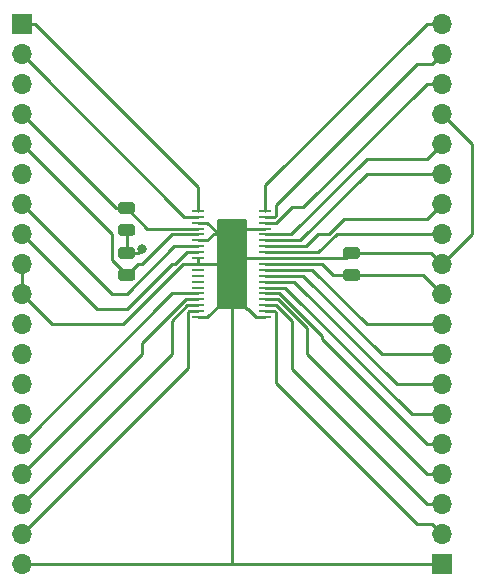
<source format=gbr>
G04 #@! TF.GenerationSoftware,KiCad,Pcbnew,(5.1.5)-3*
G04 #@! TF.CreationDate,2021-03-02T00:32:15-05:00*
G04 #@! TF.ProjectId,adc7953-breakout,61646337-3935-4332-9d62-7265616b6f75,rev?*
G04 #@! TF.SameCoordinates,Original*
G04 #@! TF.FileFunction,Copper,L1,Top*
G04 #@! TF.FilePolarity,Positive*
%FSLAX46Y46*%
G04 Gerber Fmt 4.6, Leading zero omitted, Abs format (unit mm)*
G04 Created by KiCad (PCBNEW (5.1.5)-3) date 2021-03-02 00:32:15*
%MOMM*%
%LPD*%
G04 APERTURE LIST*
%ADD10R,1.100000X0.285000*%
%ADD11O,1.700000X1.700000*%
%ADD12R,1.700000X1.700000*%
%ADD13C,0.100000*%
%ADD14C,0.800000*%
%ADD15C,0.250000*%
%ADD16C,0.254000*%
G04 APERTURE END LIST*
D10*
X162870000Y-93290000D03*
X162870000Y-93790000D03*
X162870000Y-94290000D03*
X162870000Y-94790000D03*
X162870000Y-95290000D03*
X162870000Y-95790000D03*
X162870000Y-96290000D03*
X162870000Y-96790000D03*
X162870000Y-97290000D03*
X162870000Y-97790000D03*
X162870000Y-98290000D03*
X162870000Y-98790000D03*
X162870000Y-99290000D03*
X162870000Y-99790000D03*
X162870000Y-100290000D03*
X162870000Y-100790000D03*
X162870000Y-101290000D03*
X162870000Y-101790000D03*
X162870000Y-102290000D03*
X157170000Y-102290000D03*
X157170000Y-101790000D03*
X157170000Y-101290000D03*
X157170000Y-100790000D03*
X157170000Y-100290000D03*
X157170000Y-99790000D03*
X157170000Y-99290000D03*
X157170000Y-98790000D03*
X157170000Y-98290000D03*
X157170000Y-97790000D03*
X157170000Y-97290000D03*
X157170000Y-96790000D03*
X157170000Y-96290000D03*
X157170000Y-95790000D03*
X157170000Y-95290000D03*
X157170000Y-94790000D03*
X157170000Y-94290000D03*
X157170000Y-93790000D03*
X157170000Y-93290000D03*
D11*
X177800000Y-77470000D03*
X177800000Y-80010000D03*
X177800000Y-82550000D03*
X177800000Y-85090000D03*
X177800000Y-87630000D03*
X177800000Y-90170000D03*
X177800000Y-92710000D03*
X177800000Y-95250000D03*
X177800000Y-97790000D03*
X177800000Y-100330000D03*
X177800000Y-102870000D03*
X177800000Y-105410000D03*
X177800000Y-107950000D03*
X177800000Y-110490000D03*
X177800000Y-113030000D03*
X177800000Y-115570000D03*
X177800000Y-118110000D03*
X177800000Y-120650000D03*
D12*
X177800000Y-123190000D03*
D11*
X142240000Y-123190000D03*
X142240000Y-120650000D03*
X142240000Y-118110000D03*
X142240000Y-115570000D03*
X142240000Y-113030000D03*
X142240000Y-110490000D03*
X142240000Y-107950000D03*
X142240000Y-105410000D03*
X142240000Y-102870000D03*
X142240000Y-100330000D03*
X142240000Y-97790000D03*
X142240000Y-95250000D03*
X142240000Y-92710000D03*
X142240000Y-90170000D03*
X142240000Y-87630000D03*
X142240000Y-85090000D03*
X142240000Y-82550000D03*
X142240000Y-80010000D03*
D12*
X142240000Y-77470000D03*
G04 #@! TA.AperFunction,SMDPad,CuDef*
D13*
G36*
X151610142Y-94431174D02*
G01*
X151633803Y-94434684D01*
X151657007Y-94440496D01*
X151679529Y-94448554D01*
X151701153Y-94458782D01*
X151721670Y-94471079D01*
X151740883Y-94485329D01*
X151758607Y-94501393D01*
X151774671Y-94519117D01*
X151788921Y-94538330D01*
X151801218Y-94558847D01*
X151811446Y-94580471D01*
X151819504Y-94602993D01*
X151825316Y-94626197D01*
X151828826Y-94649858D01*
X151830000Y-94673750D01*
X151830000Y-95161250D01*
X151828826Y-95185142D01*
X151825316Y-95208803D01*
X151819504Y-95232007D01*
X151811446Y-95254529D01*
X151801218Y-95276153D01*
X151788921Y-95296670D01*
X151774671Y-95315883D01*
X151758607Y-95333607D01*
X151740883Y-95349671D01*
X151721670Y-95363921D01*
X151701153Y-95376218D01*
X151679529Y-95386446D01*
X151657007Y-95394504D01*
X151633803Y-95400316D01*
X151610142Y-95403826D01*
X151586250Y-95405000D01*
X150673750Y-95405000D01*
X150649858Y-95403826D01*
X150626197Y-95400316D01*
X150602993Y-95394504D01*
X150580471Y-95386446D01*
X150558847Y-95376218D01*
X150538330Y-95363921D01*
X150519117Y-95349671D01*
X150501393Y-95333607D01*
X150485329Y-95315883D01*
X150471079Y-95296670D01*
X150458782Y-95276153D01*
X150448554Y-95254529D01*
X150440496Y-95232007D01*
X150434684Y-95208803D01*
X150431174Y-95185142D01*
X150430000Y-95161250D01*
X150430000Y-94673750D01*
X150431174Y-94649858D01*
X150434684Y-94626197D01*
X150440496Y-94602993D01*
X150448554Y-94580471D01*
X150458782Y-94558847D01*
X150471079Y-94538330D01*
X150485329Y-94519117D01*
X150501393Y-94501393D01*
X150519117Y-94485329D01*
X150538330Y-94471079D01*
X150558847Y-94458782D01*
X150580471Y-94448554D01*
X150602993Y-94440496D01*
X150626197Y-94434684D01*
X150649858Y-94431174D01*
X150673750Y-94430000D01*
X151586250Y-94430000D01*
X151610142Y-94431174D01*
G37*
G04 #@! TD.AperFunction*
G04 #@! TA.AperFunction,SMDPad,CuDef*
G36*
X151610142Y-92556174D02*
G01*
X151633803Y-92559684D01*
X151657007Y-92565496D01*
X151679529Y-92573554D01*
X151701153Y-92583782D01*
X151721670Y-92596079D01*
X151740883Y-92610329D01*
X151758607Y-92626393D01*
X151774671Y-92644117D01*
X151788921Y-92663330D01*
X151801218Y-92683847D01*
X151811446Y-92705471D01*
X151819504Y-92727993D01*
X151825316Y-92751197D01*
X151828826Y-92774858D01*
X151830000Y-92798750D01*
X151830000Y-93286250D01*
X151828826Y-93310142D01*
X151825316Y-93333803D01*
X151819504Y-93357007D01*
X151811446Y-93379529D01*
X151801218Y-93401153D01*
X151788921Y-93421670D01*
X151774671Y-93440883D01*
X151758607Y-93458607D01*
X151740883Y-93474671D01*
X151721670Y-93488921D01*
X151701153Y-93501218D01*
X151679529Y-93511446D01*
X151657007Y-93519504D01*
X151633803Y-93525316D01*
X151610142Y-93528826D01*
X151586250Y-93530000D01*
X150673750Y-93530000D01*
X150649858Y-93528826D01*
X150626197Y-93525316D01*
X150602993Y-93519504D01*
X150580471Y-93511446D01*
X150558847Y-93501218D01*
X150538330Y-93488921D01*
X150519117Y-93474671D01*
X150501393Y-93458607D01*
X150485329Y-93440883D01*
X150471079Y-93421670D01*
X150458782Y-93401153D01*
X150448554Y-93379529D01*
X150440496Y-93357007D01*
X150434684Y-93333803D01*
X150431174Y-93310142D01*
X150430000Y-93286250D01*
X150430000Y-92798750D01*
X150431174Y-92774858D01*
X150434684Y-92751197D01*
X150440496Y-92727993D01*
X150448554Y-92705471D01*
X150458782Y-92683847D01*
X150471079Y-92663330D01*
X150485329Y-92644117D01*
X150501393Y-92626393D01*
X150519117Y-92610329D01*
X150538330Y-92596079D01*
X150558847Y-92583782D01*
X150580471Y-92573554D01*
X150602993Y-92565496D01*
X150626197Y-92559684D01*
X150649858Y-92556174D01*
X150673750Y-92555000D01*
X151586250Y-92555000D01*
X151610142Y-92556174D01*
G37*
G04 #@! TD.AperFunction*
G04 #@! TA.AperFunction,SMDPad,CuDef*
G36*
X170660142Y-96366174D02*
G01*
X170683803Y-96369684D01*
X170707007Y-96375496D01*
X170729529Y-96383554D01*
X170751153Y-96393782D01*
X170771670Y-96406079D01*
X170790883Y-96420329D01*
X170808607Y-96436393D01*
X170824671Y-96454117D01*
X170838921Y-96473330D01*
X170851218Y-96493847D01*
X170861446Y-96515471D01*
X170869504Y-96537993D01*
X170875316Y-96561197D01*
X170878826Y-96584858D01*
X170880000Y-96608750D01*
X170880000Y-97096250D01*
X170878826Y-97120142D01*
X170875316Y-97143803D01*
X170869504Y-97167007D01*
X170861446Y-97189529D01*
X170851218Y-97211153D01*
X170838921Y-97231670D01*
X170824671Y-97250883D01*
X170808607Y-97268607D01*
X170790883Y-97284671D01*
X170771670Y-97298921D01*
X170751153Y-97311218D01*
X170729529Y-97321446D01*
X170707007Y-97329504D01*
X170683803Y-97335316D01*
X170660142Y-97338826D01*
X170636250Y-97340000D01*
X169723750Y-97340000D01*
X169699858Y-97338826D01*
X169676197Y-97335316D01*
X169652993Y-97329504D01*
X169630471Y-97321446D01*
X169608847Y-97311218D01*
X169588330Y-97298921D01*
X169569117Y-97284671D01*
X169551393Y-97268607D01*
X169535329Y-97250883D01*
X169521079Y-97231670D01*
X169508782Y-97211153D01*
X169498554Y-97189529D01*
X169490496Y-97167007D01*
X169484684Y-97143803D01*
X169481174Y-97120142D01*
X169480000Y-97096250D01*
X169480000Y-96608750D01*
X169481174Y-96584858D01*
X169484684Y-96561197D01*
X169490496Y-96537993D01*
X169498554Y-96515471D01*
X169508782Y-96493847D01*
X169521079Y-96473330D01*
X169535329Y-96454117D01*
X169551393Y-96436393D01*
X169569117Y-96420329D01*
X169588330Y-96406079D01*
X169608847Y-96393782D01*
X169630471Y-96383554D01*
X169652993Y-96375496D01*
X169676197Y-96369684D01*
X169699858Y-96366174D01*
X169723750Y-96365000D01*
X170636250Y-96365000D01*
X170660142Y-96366174D01*
G37*
G04 #@! TD.AperFunction*
G04 #@! TA.AperFunction,SMDPad,CuDef*
G36*
X170660142Y-98241174D02*
G01*
X170683803Y-98244684D01*
X170707007Y-98250496D01*
X170729529Y-98258554D01*
X170751153Y-98268782D01*
X170771670Y-98281079D01*
X170790883Y-98295329D01*
X170808607Y-98311393D01*
X170824671Y-98329117D01*
X170838921Y-98348330D01*
X170851218Y-98368847D01*
X170861446Y-98390471D01*
X170869504Y-98412993D01*
X170875316Y-98436197D01*
X170878826Y-98459858D01*
X170880000Y-98483750D01*
X170880000Y-98971250D01*
X170878826Y-98995142D01*
X170875316Y-99018803D01*
X170869504Y-99042007D01*
X170861446Y-99064529D01*
X170851218Y-99086153D01*
X170838921Y-99106670D01*
X170824671Y-99125883D01*
X170808607Y-99143607D01*
X170790883Y-99159671D01*
X170771670Y-99173921D01*
X170751153Y-99186218D01*
X170729529Y-99196446D01*
X170707007Y-99204504D01*
X170683803Y-99210316D01*
X170660142Y-99213826D01*
X170636250Y-99215000D01*
X169723750Y-99215000D01*
X169699858Y-99213826D01*
X169676197Y-99210316D01*
X169652993Y-99204504D01*
X169630471Y-99196446D01*
X169608847Y-99186218D01*
X169588330Y-99173921D01*
X169569117Y-99159671D01*
X169551393Y-99143607D01*
X169535329Y-99125883D01*
X169521079Y-99106670D01*
X169508782Y-99086153D01*
X169498554Y-99064529D01*
X169490496Y-99042007D01*
X169484684Y-99018803D01*
X169481174Y-98995142D01*
X169480000Y-98971250D01*
X169480000Y-98483750D01*
X169481174Y-98459858D01*
X169484684Y-98436197D01*
X169490496Y-98412993D01*
X169498554Y-98390471D01*
X169508782Y-98368847D01*
X169521079Y-98348330D01*
X169535329Y-98329117D01*
X169551393Y-98311393D01*
X169569117Y-98295329D01*
X169588330Y-98281079D01*
X169608847Y-98268782D01*
X169630471Y-98258554D01*
X169652993Y-98250496D01*
X169676197Y-98244684D01*
X169699858Y-98241174D01*
X169723750Y-98240000D01*
X170636250Y-98240000D01*
X170660142Y-98241174D01*
G37*
G04 #@! TD.AperFunction*
G04 #@! TA.AperFunction,SMDPad,CuDef*
G36*
X151610142Y-96366174D02*
G01*
X151633803Y-96369684D01*
X151657007Y-96375496D01*
X151679529Y-96383554D01*
X151701153Y-96393782D01*
X151721670Y-96406079D01*
X151740883Y-96420329D01*
X151758607Y-96436393D01*
X151774671Y-96454117D01*
X151788921Y-96473330D01*
X151801218Y-96493847D01*
X151811446Y-96515471D01*
X151819504Y-96537993D01*
X151825316Y-96561197D01*
X151828826Y-96584858D01*
X151830000Y-96608750D01*
X151830000Y-97096250D01*
X151828826Y-97120142D01*
X151825316Y-97143803D01*
X151819504Y-97167007D01*
X151811446Y-97189529D01*
X151801218Y-97211153D01*
X151788921Y-97231670D01*
X151774671Y-97250883D01*
X151758607Y-97268607D01*
X151740883Y-97284671D01*
X151721670Y-97298921D01*
X151701153Y-97311218D01*
X151679529Y-97321446D01*
X151657007Y-97329504D01*
X151633803Y-97335316D01*
X151610142Y-97338826D01*
X151586250Y-97340000D01*
X150673750Y-97340000D01*
X150649858Y-97338826D01*
X150626197Y-97335316D01*
X150602993Y-97329504D01*
X150580471Y-97321446D01*
X150558847Y-97311218D01*
X150538330Y-97298921D01*
X150519117Y-97284671D01*
X150501393Y-97268607D01*
X150485329Y-97250883D01*
X150471079Y-97231670D01*
X150458782Y-97211153D01*
X150448554Y-97189529D01*
X150440496Y-97167007D01*
X150434684Y-97143803D01*
X150431174Y-97120142D01*
X150430000Y-97096250D01*
X150430000Y-96608750D01*
X150431174Y-96584858D01*
X150434684Y-96561197D01*
X150440496Y-96537993D01*
X150448554Y-96515471D01*
X150458782Y-96493847D01*
X150471079Y-96473330D01*
X150485329Y-96454117D01*
X150501393Y-96436393D01*
X150519117Y-96420329D01*
X150538330Y-96406079D01*
X150558847Y-96393782D01*
X150580471Y-96383554D01*
X150602993Y-96375496D01*
X150626197Y-96369684D01*
X150649858Y-96366174D01*
X150673750Y-96365000D01*
X151586250Y-96365000D01*
X151610142Y-96366174D01*
G37*
G04 #@! TD.AperFunction*
G04 #@! TA.AperFunction,SMDPad,CuDef*
G36*
X151610142Y-98241174D02*
G01*
X151633803Y-98244684D01*
X151657007Y-98250496D01*
X151679529Y-98258554D01*
X151701153Y-98268782D01*
X151721670Y-98281079D01*
X151740883Y-98295329D01*
X151758607Y-98311393D01*
X151774671Y-98329117D01*
X151788921Y-98348330D01*
X151801218Y-98368847D01*
X151811446Y-98390471D01*
X151819504Y-98412993D01*
X151825316Y-98436197D01*
X151828826Y-98459858D01*
X151830000Y-98483750D01*
X151830000Y-98971250D01*
X151828826Y-98995142D01*
X151825316Y-99018803D01*
X151819504Y-99042007D01*
X151811446Y-99064529D01*
X151801218Y-99086153D01*
X151788921Y-99106670D01*
X151774671Y-99125883D01*
X151758607Y-99143607D01*
X151740883Y-99159671D01*
X151721670Y-99173921D01*
X151701153Y-99186218D01*
X151679529Y-99196446D01*
X151657007Y-99204504D01*
X151633803Y-99210316D01*
X151610142Y-99213826D01*
X151586250Y-99215000D01*
X150673750Y-99215000D01*
X150649858Y-99213826D01*
X150626197Y-99210316D01*
X150602993Y-99204504D01*
X150580471Y-99196446D01*
X150558847Y-99186218D01*
X150538330Y-99173921D01*
X150519117Y-99159671D01*
X150501393Y-99143607D01*
X150485329Y-99125883D01*
X150471079Y-99106670D01*
X150458782Y-99086153D01*
X150448554Y-99064529D01*
X150440496Y-99042007D01*
X150434684Y-99018803D01*
X150431174Y-98995142D01*
X150430000Y-98971250D01*
X150430000Y-98483750D01*
X150431174Y-98459858D01*
X150434684Y-98436197D01*
X150440496Y-98412993D01*
X150448554Y-98390471D01*
X150458782Y-98368847D01*
X150471079Y-98348330D01*
X150485329Y-98329117D01*
X150501393Y-98311393D01*
X150519117Y-98295329D01*
X150538330Y-98281079D01*
X150558847Y-98268782D01*
X150580471Y-98258554D01*
X150602993Y-98250496D01*
X150626197Y-98244684D01*
X150649858Y-98241174D01*
X150673750Y-98240000D01*
X151586250Y-98240000D01*
X151610142Y-98241174D01*
G37*
G04 #@! TD.AperFunction*
D14*
X152400000Y-96520000D03*
X160020000Y-95250000D03*
X160020000Y-97790000D03*
X160020000Y-100330000D03*
D15*
X151130000Y-96852500D02*
X151130000Y-95250000D01*
X151130000Y-95250000D02*
X151130000Y-94917500D01*
X155896400Y-97790000D02*
X150816400Y-102870000D01*
X157062500Y-97790000D02*
X155896400Y-97790000D01*
X157170000Y-97290000D02*
X157170000Y-97682500D01*
X157170000Y-97682500D02*
X157062500Y-97790000D01*
X144780000Y-102870000D02*
X142240000Y-100330000D01*
X150816400Y-102870000D02*
X144780000Y-102870000D01*
X142240000Y-100330000D02*
X142240000Y-97790000D01*
X169742500Y-97290000D02*
X170180000Y-96852500D01*
X162870000Y-97290000D02*
X169742500Y-97290000D01*
X160020000Y-123190000D02*
X160020000Y-100330000D01*
X160020000Y-123190000D02*
X142240000Y-123190000D01*
X176530000Y-123190000D02*
X160020000Y-123190000D01*
X159930000Y-100330000D02*
X160020000Y-100330000D01*
X157970000Y-102290000D02*
X159930000Y-100330000D01*
X157170000Y-102290000D02*
X157970000Y-102290000D01*
X162070000Y-102290000D02*
X161380000Y-101600000D01*
X162870000Y-102290000D02*
X162070000Y-102290000D01*
X161290000Y-101600000D02*
X160020000Y-100330000D01*
X161380000Y-101600000D02*
X161290000Y-101600000D01*
X157170000Y-97790000D02*
X160020000Y-97790000D01*
X160520000Y-97290000D02*
X162870000Y-97290000D01*
X160020000Y-97790000D02*
X160520000Y-97290000D01*
X157970000Y-94290000D02*
X158930000Y-95250000D01*
X157170000Y-94290000D02*
X157970000Y-94290000D01*
X158930000Y-95250000D02*
X160020000Y-95250000D01*
X162870000Y-94790000D02*
X160480000Y-94790000D01*
X160480000Y-94790000D02*
X160020000Y-95250000D01*
X157970000Y-95790000D02*
X158510000Y-95250000D01*
X157170000Y-95790000D02*
X157970000Y-95790000D01*
X158510000Y-95250000D02*
X160020000Y-95250000D01*
X151130000Y-96852500D02*
X152067500Y-96852500D01*
X152067500Y-96852500D02*
X152400000Y-96520000D01*
X152400000Y-96520000D02*
X152400000Y-96520000D01*
X160020000Y-95250000D02*
X160020000Y-95250000D01*
X160020000Y-97790000D02*
X160020000Y-97790000D01*
X160020000Y-100330000D02*
X160020000Y-100330000D01*
X177800000Y-97790000D02*
X180340000Y-95250000D01*
X180340000Y-95250000D02*
X180340000Y-87630000D01*
X180340000Y-87630000D02*
X177800000Y-85090000D01*
X176530000Y-123190000D02*
X177800000Y-123190000D01*
X176862500Y-96852500D02*
X177800000Y-97790000D01*
X170180000Y-96852500D02*
X176862500Y-96852500D01*
X151130000Y-98727500D02*
X149860000Y-97457500D01*
X149860000Y-95250000D02*
X142240000Y-87630000D01*
X149860000Y-97457500D02*
X149860000Y-95250000D01*
X162870000Y-97790000D02*
X167640000Y-97790000D01*
X168577500Y-98727500D02*
X170180000Y-98727500D01*
X167640000Y-97790000D02*
X168577500Y-98727500D01*
X151130000Y-98727500D02*
X152067500Y-97790000D01*
X152067500Y-97790000D02*
X152400000Y-97790000D01*
X152400000Y-97790000D02*
X154940000Y-95250000D01*
X154980000Y-95290000D02*
X157170000Y-95290000D01*
X154940000Y-95250000D02*
X154980000Y-95290000D01*
X176197500Y-98727500D02*
X177800000Y-100330000D01*
X170180000Y-98727500D02*
X176197500Y-98727500D01*
X150192500Y-93042500D02*
X142240000Y-85090000D01*
X151130000Y-93042500D02*
X150192500Y-93042500D01*
X152877500Y-94790000D02*
X151130000Y-93042500D01*
X157170000Y-94790000D02*
X152877500Y-94790000D01*
X143089999Y-119800001D02*
X142240000Y-120650000D01*
X156294999Y-106595001D02*
X143089999Y-119800001D01*
X156294999Y-101887499D02*
X156294999Y-106595001D01*
X156392498Y-101790000D02*
X156294999Y-101887499D01*
X157170000Y-101790000D02*
X156392498Y-101790000D01*
X156256088Y-101290000D02*
X154940000Y-102606088D01*
X157170000Y-101290000D02*
X156256088Y-101290000D01*
X154940000Y-105410000D02*
X142240000Y-118110000D01*
X154940000Y-102606088D02*
X154940000Y-105410000D01*
X156119678Y-100790000D02*
X152400000Y-104509678D01*
X157170000Y-100790000D02*
X156119678Y-100790000D01*
X152400000Y-105410000D02*
X142240000Y-115570000D01*
X152400000Y-104509678D02*
X152400000Y-105410000D01*
X154980000Y-100290000D02*
X142240000Y-113030000D01*
X157170000Y-100290000D02*
X154980000Y-100290000D01*
X157170000Y-96790000D02*
X156259990Y-96790000D01*
X155259990Y-97790000D02*
X154940000Y-97790000D01*
X156259990Y-96790000D02*
X155259990Y-97790000D01*
X154940000Y-97790000D02*
X151130000Y-101600000D01*
X148590000Y-101600000D02*
X142240000Y-95250000D01*
X151130000Y-101600000D02*
X148590000Y-101600000D01*
X157170000Y-96290000D02*
X155170000Y-96290000D01*
X155170000Y-96290000D02*
X151130000Y-100330000D01*
X149860000Y-100330000D02*
X142240000Y-92710000D01*
X151130000Y-100330000D02*
X149860000Y-100330000D01*
X143089999Y-80859999D02*
X142240000Y-80010000D01*
X156020000Y-93790000D02*
X143089999Y-80859999D01*
X157170000Y-93790000D02*
X156020000Y-93790000D01*
X143340000Y-77470000D02*
X142240000Y-77470000D01*
X157170000Y-91300000D02*
X143340000Y-77470000D01*
X157170000Y-93290000D02*
X157170000Y-91300000D01*
X162870000Y-91130000D02*
X176530000Y-77470000D01*
X162870000Y-93290000D02*
X162870000Y-91130000D01*
X176530000Y-77470000D02*
X177800000Y-77470000D01*
X163783912Y-94290000D02*
X165100000Y-92973912D01*
X162870000Y-94290000D02*
X163783912Y-94290000D01*
X166106088Y-92973912D02*
X176530000Y-82550000D01*
X165100000Y-92973912D02*
X166106088Y-92973912D01*
X176530000Y-82550000D02*
X177800000Y-82550000D01*
X162870000Y-95290000D02*
X165060000Y-95290000D01*
X165060000Y-95290000D02*
X171450000Y-88900000D01*
X176530000Y-88900000D02*
X177800000Y-87630000D01*
X171450000Y-88900000D02*
X175260000Y-88900000D01*
X176530000Y-88900000D02*
X175260000Y-88900000D01*
X162870000Y-95790000D02*
X165830000Y-95790000D01*
X171450000Y-90170000D02*
X176530000Y-90170000D01*
X165830000Y-95790000D02*
X171450000Y-90170000D01*
X176530000Y-90170000D02*
X177800000Y-90170000D01*
X162870000Y-96290000D02*
X166320010Y-96290000D01*
X167360010Y-95250000D02*
X168273590Y-95250000D01*
X166320010Y-96290000D02*
X167360010Y-95250000D01*
X168273590Y-95250000D02*
X169543590Y-93980000D01*
X176530000Y-93980000D02*
X177800000Y-92710000D01*
X169543590Y-93980000D02*
X175260000Y-93980000D01*
X175260000Y-93980000D02*
X176530000Y-93980000D01*
X162870000Y-96790000D02*
X167370000Y-96790000D01*
X167370000Y-96790000D02*
X168910000Y-95250000D01*
X168910000Y-95250000D02*
X176530000Y-95250000D01*
X176530000Y-95250000D02*
X177800000Y-95250000D01*
X162870000Y-98290000D02*
X166870000Y-98290000D01*
X166870000Y-98290000D02*
X171450000Y-102870000D01*
X171450000Y-102870000D02*
X176530000Y-102870000D01*
X176530000Y-102870000D02*
X177800000Y-102870000D01*
X172720000Y-105410000D02*
X176530000Y-105410000D01*
X162870000Y-98790000D02*
X166100000Y-98790000D01*
X166100000Y-98790000D02*
X172720000Y-105410000D01*
X176530000Y-105410000D02*
X177800000Y-105410000D01*
X162870000Y-99290000D02*
X165330000Y-99290000D01*
X175260000Y-107950000D02*
X177800000Y-107950000D01*
X165330000Y-99290000D02*
X173990000Y-107950000D01*
X173990000Y-107950000D02*
X175260000Y-107950000D01*
X162870000Y-99790000D02*
X164560000Y-99790000D01*
X176530000Y-110490000D02*
X177800000Y-110490000D01*
X164560000Y-99790000D02*
X175260000Y-110490000D01*
X175260000Y-110490000D02*
X176530000Y-110490000D01*
X164056732Y-100290000D02*
X167640000Y-103873268D01*
X162870000Y-100290000D02*
X164056732Y-100290000D01*
X167640000Y-104140000D02*
X176530000Y-113030000D01*
X167640000Y-103873268D02*
X167640000Y-104140000D01*
X176530000Y-113030000D02*
X177800000Y-113030000D01*
X163920322Y-100790000D02*
X166370000Y-103239678D01*
X162870000Y-100790000D02*
X163920322Y-100790000D01*
X166370000Y-105410000D02*
X176530000Y-115570000D01*
X166370000Y-103239678D02*
X166370000Y-105410000D01*
X176530000Y-115570000D02*
X177800000Y-115570000D01*
X163783912Y-101290000D02*
X165100000Y-102606088D01*
X162870000Y-101290000D02*
X163783912Y-101290000D01*
X165100000Y-106680000D02*
X176530000Y-118110000D01*
X165100000Y-102606088D02*
X165100000Y-106680000D01*
X176530000Y-118110000D02*
X177800000Y-118110000D01*
X176950001Y-119800001D02*
X177800000Y-120650000D01*
X163745001Y-107865001D02*
X175680001Y-119800001D01*
X163745001Y-101887499D02*
X163745001Y-107865001D01*
X163647502Y-101790000D02*
X163745001Y-101887499D01*
X162870000Y-101790000D02*
X163647502Y-101790000D01*
X176950001Y-119800001D02*
X175680001Y-119800001D01*
X163745001Y-92794999D02*
X175680001Y-80859999D01*
X163745001Y-93692501D02*
X163745001Y-92794999D01*
X163647502Y-93790000D02*
X163745001Y-93692501D01*
X176950001Y-80859999D02*
X177800000Y-80010000D01*
X162870000Y-93790000D02*
X163647502Y-93790000D01*
X175680001Y-80859999D02*
X176950001Y-80859999D01*
D16*
G36*
X161163000Y-101473000D02*
G01*
X158877000Y-101473000D01*
X158877000Y-94107000D01*
X161163000Y-94107000D01*
X161163000Y-101473000D01*
G37*
X161163000Y-101473000D02*
X158877000Y-101473000D01*
X158877000Y-94107000D01*
X161163000Y-94107000D01*
X161163000Y-101473000D01*
M02*

</source>
